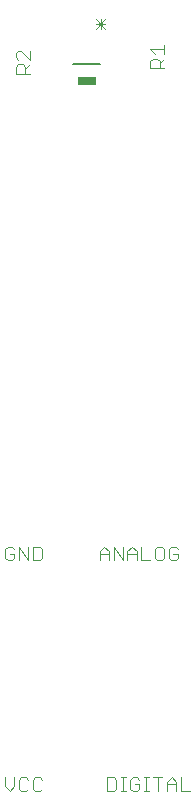
<source format=gto>
G75*
%MOIN*%
%OFA0B0*%
%FSLAX24Y24*%
%IPPOS*%
%LPD*%
%AMOC8*
5,1,8,0,0,1.08239X$1,22.5*
%
%ADD10C,0.0040*%
%ADD11C,0.0050*%
%ADD12R,0.0600X0.0250*%
D10*
X004260Y001144D02*
X004107Y001298D01*
X004107Y001605D01*
X004414Y001605D02*
X004414Y001298D01*
X004260Y001144D01*
X004567Y001221D02*
X004567Y001528D01*
X004644Y001605D01*
X004798Y001605D01*
X004874Y001528D01*
X005028Y001528D02*
X005028Y001221D01*
X005105Y001144D01*
X005258Y001144D01*
X005335Y001221D01*
X005335Y001528D02*
X005258Y001605D01*
X005105Y001605D01*
X005028Y001528D01*
X004874Y001221D02*
X004798Y001144D01*
X004644Y001144D01*
X004567Y001221D01*
X007507Y001144D02*
X007737Y001144D01*
X007814Y001221D01*
X007814Y001528D01*
X007737Y001605D01*
X007507Y001605D01*
X007507Y001144D01*
X007967Y001144D02*
X008120Y001144D01*
X008044Y001144D02*
X008044Y001605D01*
X008120Y001605D02*
X007967Y001605D01*
X008274Y001528D02*
X008274Y001221D01*
X008351Y001144D01*
X008504Y001144D01*
X008581Y001221D01*
X008581Y001375D01*
X008427Y001375D01*
X008274Y001528D02*
X008351Y001605D01*
X008504Y001605D01*
X008581Y001528D01*
X008734Y001605D02*
X008888Y001605D01*
X008811Y001605D02*
X008811Y001144D01*
X008734Y001144D02*
X008888Y001144D01*
X009195Y001144D02*
X009195Y001605D01*
X009348Y001605D02*
X009041Y001605D01*
X009502Y001451D02*
X009502Y001144D01*
X009502Y001375D02*
X009809Y001375D01*
X009809Y001451D02*
X009655Y001605D01*
X009502Y001451D01*
X009809Y001451D02*
X009809Y001144D01*
X009962Y001144D02*
X010269Y001144D01*
X009962Y001144D02*
X009962Y001605D01*
X009789Y008831D02*
X009635Y008831D01*
X009559Y008908D01*
X009559Y009215D01*
X009635Y009292D01*
X009789Y009292D01*
X009866Y009215D01*
X009866Y009062D02*
X009712Y009062D01*
X009866Y008908D02*
X009789Y008831D01*
X009866Y008908D02*
X009866Y009062D01*
X009405Y009215D02*
X009405Y008908D01*
X009328Y008831D01*
X009175Y008831D01*
X009098Y008908D01*
X009098Y009215D01*
X009175Y009292D01*
X009328Y009292D01*
X009405Y009215D01*
X008945Y008831D02*
X008638Y008831D01*
X008638Y009292D01*
X008484Y009138D02*
X008484Y008831D01*
X008484Y009062D02*
X008177Y009062D01*
X008177Y009138D02*
X008331Y009292D01*
X008484Y009138D01*
X008177Y009138D02*
X008177Y008831D01*
X008024Y008831D02*
X008024Y009292D01*
X007717Y009292D02*
X007717Y008831D01*
X007564Y008831D02*
X007564Y009138D01*
X007410Y009292D01*
X007257Y009138D01*
X007257Y008831D01*
X007257Y009062D02*
X007564Y009062D01*
X007717Y009292D02*
X008024Y008831D01*
X005335Y008908D02*
X005258Y008831D01*
X005028Y008831D01*
X005028Y009292D01*
X005258Y009292D01*
X005335Y009215D01*
X005335Y008908D01*
X004874Y008831D02*
X004874Y009292D01*
X004567Y009292D02*
X004567Y008831D01*
X004414Y008908D02*
X004414Y009062D01*
X004260Y009062D01*
X004107Y009215D02*
X004107Y008908D01*
X004184Y008831D01*
X004337Y008831D01*
X004414Y008908D01*
X004414Y009215D02*
X004337Y009292D01*
X004184Y009292D01*
X004107Y009215D01*
X004567Y009292D02*
X004874Y008831D01*
X004928Y025061D02*
X004467Y025061D01*
X004467Y025291D01*
X004544Y025368D01*
X004697Y025368D01*
X004774Y025291D01*
X004774Y025061D01*
X004774Y025214D02*
X004928Y025368D01*
X004928Y025521D02*
X004621Y025828D01*
X004544Y025828D01*
X004467Y025752D01*
X004467Y025598D01*
X004544Y025521D01*
X004928Y025521D02*
X004928Y025828D01*
X007136Y026560D02*
X007443Y026867D01*
X007290Y026867D02*
X007290Y026560D01*
X007443Y026560D02*
X007136Y026867D01*
X007136Y026713D02*
X007443Y026713D01*
X008944Y025864D02*
X009404Y025864D01*
X009404Y026017D02*
X009404Y025710D01*
X009404Y025557D02*
X009251Y025403D01*
X009251Y025480D02*
X009251Y025250D01*
X009404Y025250D02*
X008944Y025250D01*
X008944Y025480D01*
X009021Y025557D01*
X009174Y025557D01*
X009251Y025480D01*
X009097Y025710D02*
X008944Y025864D01*
D11*
X007276Y025386D02*
X006370Y025386D01*
D12*
X006820Y024824D03*
M02*

</source>
